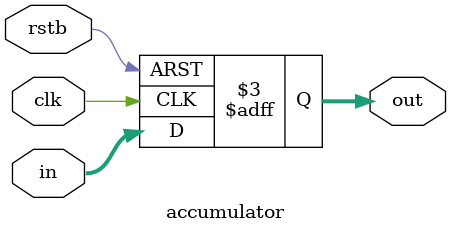
<source format=v>

module accumulator(in, out, clk, rstb);

output reg  [31:0]  out;

input   [31:0]  in;
input           clk;
input           rstb;

always @(posedge clk or negedge rstb) 
begin
    if(!rstb)
        out <= 'h00000000;
    else
        out <= in;
end

endmodule
</source>
